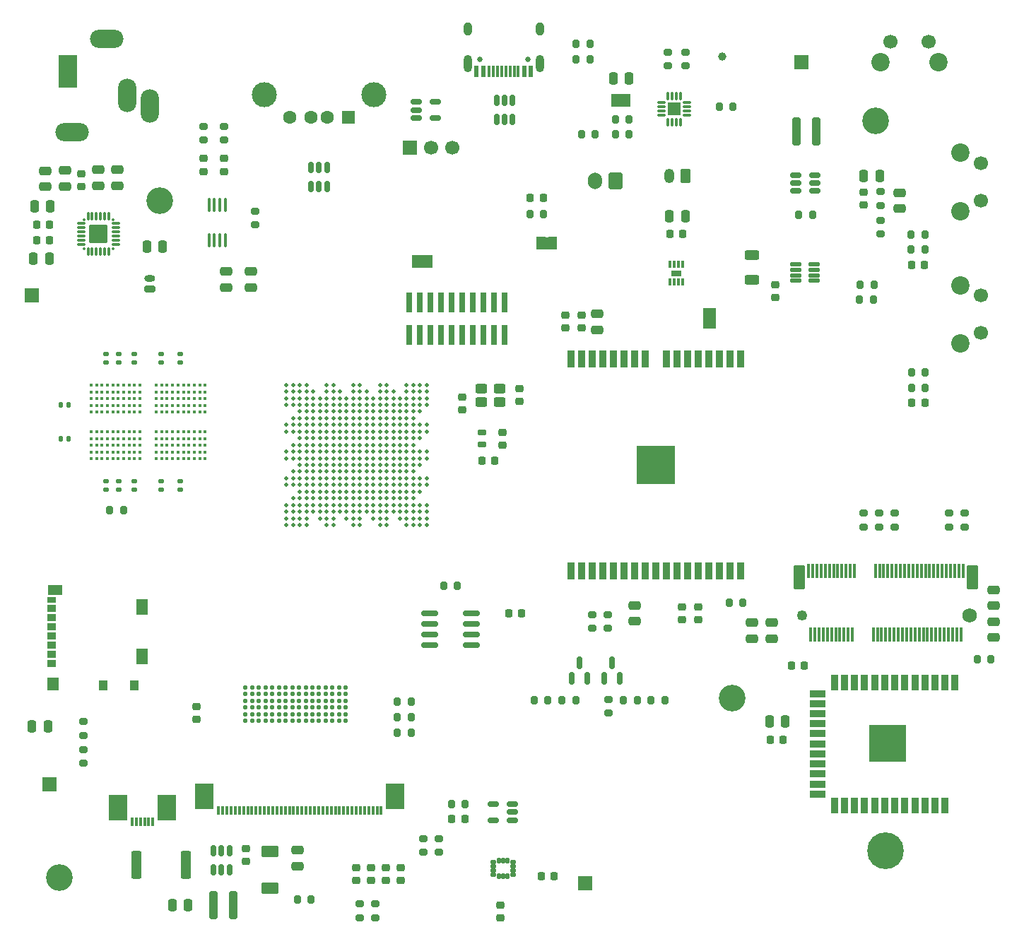
<source format=gts>
%TF.GenerationSoftware,KiCad,Pcbnew,9.0.5*%
%TF.CreationDate,2025-11-15T17:56:55+00:00*%
%TF.ProjectId,gk,676b2e6b-6963-4616-945f-706362585858,rev?*%
%TF.SameCoordinates,Original*%
%TF.FileFunction,Soldermask,Top*%
%TF.FilePolarity,Negative*%
%FSLAX46Y46*%
G04 Gerber Fmt 4.6, Leading zero omitted, Abs format (unit mm)*
G04 Created by KiCad (PCBNEW 9.0.5) date 2025-11-15 17:56:55*
%MOMM*%
%LPD*%
G01*
G04 APERTURE LIST*
G04 Aperture macros list*
%AMRoundRect*
0 Rectangle with rounded corners*
0 $1 Rounding radius*
0 $2 $3 $4 $5 $6 $7 $8 $9 X,Y pos of 4 corners*
0 Add a 4 corners polygon primitive as box body*
4,1,4,$2,$3,$4,$5,$6,$7,$8,$9,$2,$3,0*
0 Add four circle primitives for the rounded corners*
1,1,$1+$1,$2,$3*
1,1,$1+$1,$4,$5*
1,1,$1+$1,$6,$7*
1,1,$1+$1,$8,$9*
0 Add four rect primitives between the rounded corners*
20,1,$1+$1,$2,$3,$4,$5,0*
20,1,$1+$1,$4,$5,$6,$7,0*
20,1,$1+$1,$6,$7,$8,$9,0*
20,1,$1+$1,$8,$9,$2,$3,0*%
%AMFreePoly0*
4,1,6,1.000000,0.000000,0.500000,-0.750000,-0.500000,-0.750000,-0.500000,0.750000,0.500000,0.750000,1.000000,0.000000,1.000000,0.000000,$1*%
%AMFreePoly1*
4,1,6,0.500000,-0.750000,-0.650000,-0.750000,-0.150000,0.000000,-0.650000,0.750000,0.500000,0.750000,0.500000,-0.750000,0.500000,-0.750000,$1*%
G04 Aperture macros list end*
%ADD10RoundRect,0.112500X-0.250000X-0.112500X0.250000X-0.112500X0.250000X0.112500X-0.250000X0.112500X0*%
%ADD11RoundRect,0.112500X-0.112500X-0.250000X0.112500X-0.250000X0.112500X0.250000X-0.112500X0.250000X0*%
%ADD12RoundRect,0.087500X-0.087500X0.350000X-0.087500X-0.350000X0.087500X-0.350000X0.087500X0.350000X0*%
%ADD13R,1.200000X0.800000*%
%ADD14RoundRect,0.087500X0.087500X-0.400000X0.087500X0.400000X-0.087500X0.400000X-0.087500X-0.400000X0*%
%ADD15RoundRect,0.087500X0.400000X-0.087500X0.400000X0.087500X-0.400000X0.087500X-0.400000X-0.087500X0*%
%ADD16R,1.600000X1.600000*%
%ADD17RoundRect,0.087500X-0.400000X-0.087500X0.400000X-0.087500X0.400000X0.087500X-0.400000X0.087500X0*%
%ADD18RoundRect,0.087500X-0.087500X-0.400000X0.087500X-0.400000X0.087500X0.400000X-0.087500X0.400000X0*%
%ADD19RoundRect,0.052500X-0.122500X-0.122500X0.122500X-0.122500X0.122500X0.122500X-0.122500X0.122500X0*%
%ADD20RoundRect,0.050000X-1.050000X-1.050000X1.050000X-1.050000X1.050000X1.050000X-1.050000X1.050000X0*%
%ADD21RoundRect,0.250000X-0.475000X0.250000X-0.475000X-0.250000X0.475000X-0.250000X0.475000X0.250000X0*%
%ADD22RoundRect,0.150000X0.400000X-0.150000X0.400000X0.150000X-0.400000X0.150000X-0.400000X-0.150000X0*%
%ADD23C,2.200000*%
%ADD24C,1.700000*%
%ADD25RoundRect,0.200000X-0.200000X-0.275000X0.200000X-0.275000X0.200000X0.275000X-0.200000X0.275000X0*%
%ADD26RoundRect,0.225000X-0.250000X0.225000X-0.250000X-0.225000X0.250000X-0.225000X0.250000X0.225000X0*%
%ADD27R,1.100000X0.850000*%
%ADD28R,1.100000X0.750000*%
%ADD29R,1.000000X1.200000*%
%ADD30R,1.350000X1.550000*%
%ADD31R,1.350000X1.900000*%
%ADD32R,1.800000X1.170000*%
%ADD33RoundRect,0.200000X0.275000X-0.200000X0.275000X0.200000X-0.275000X0.200000X-0.275000X-0.200000X0*%
%ADD34RoundRect,0.150000X0.150000X-0.512500X0.150000X0.512500X-0.150000X0.512500X-0.150000X-0.512500X0*%
%ADD35R,1.700000X1.700000*%
%ADD36RoundRect,0.140000X0.170000X-0.140000X0.170000X0.140000X-0.170000X0.140000X-0.170000X-0.140000X0*%
%ADD37RoundRect,0.100000X-0.100000X0.712500X-0.100000X-0.712500X0.100000X-0.712500X0.100000X0.712500X0*%
%ADD38RoundRect,0.200000X0.200000X0.275000X-0.200000X0.275000X-0.200000X-0.275000X0.200000X-0.275000X0*%
%ADD39RoundRect,0.150000X0.150000X-0.587500X0.150000X0.587500X-0.150000X0.587500X-0.150000X-0.587500X0*%
%ADD40R,0.812800X1.879600*%
%ADD41R,1.879600X0.812800*%
%ADD42R,4.394200X4.394200*%
%ADD43C,0.420000*%
%ADD44RoundRect,0.250000X-0.800000X0.450000X-0.800000X-0.450000X0.800000X-0.450000X0.800000X0.450000X0*%
%ADD45RoundRect,0.200000X-0.275000X0.200000X-0.275000X-0.200000X0.275000X-0.200000X0.275000X0.200000X0*%
%ADD46RoundRect,0.250000X-0.250000X-0.475000X0.250000X-0.475000X0.250000X0.475000X-0.250000X0.475000X0*%
%ADD47RoundRect,0.250000X0.250000X0.475000X-0.250000X0.475000X-0.250000X-0.475000X0.250000X-0.475000X0*%
%ADD48R,1.600000X1.500000*%
%ADD49C,1.600000*%
%ADD50C,3.000000*%
%ADD51R,0.300000X1.100000*%
%ADD52R,2.300000X3.100000*%
%ADD53C,3.200000*%
%ADD54RoundRect,0.250000X0.362500X1.425000X-0.362500X1.425000X-0.362500X-1.425000X0.362500X-1.425000X0*%
%ADD55RoundRect,0.225000X-0.225000X-0.250000X0.225000X-0.250000X0.225000X0.250000X-0.225000X0.250000X0*%
%ADD56R,1.000000X1.500000*%
%ADD57R,0.740000X2.400000*%
%ADD58RoundRect,0.225000X0.250000X-0.225000X0.250000X0.225000X-0.250000X0.225000X-0.250000X-0.225000X0*%
%ADD59FreePoly0,180.000000*%
%ADD60FreePoly1,180.000000*%
%ADD61RoundRect,0.150000X-0.512500X-0.150000X0.512500X-0.150000X0.512500X0.150000X-0.512500X0.150000X0*%
%ADD62FreePoly0,270.000000*%
%ADD63FreePoly1,270.000000*%
%ADD64RoundRect,0.250000X0.475000X-0.250000X0.475000X0.250000X-0.475000X0.250000X-0.475000X-0.250000X0*%
%ADD65RoundRect,0.125000X-0.537500X-0.125000X0.537500X-0.125000X0.537500X0.125000X-0.537500X0.125000X0*%
%ADD66RoundRect,0.140000X-0.170000X0.140000X-0.170000X-0.140000X0.170000X-0.140000X0.170000X0.140000X0*%
%ADD67RoundRect,0.225000X0.225000X0.250000X-0.225000X0.250000X-0.225000X-0.250000X0.225000X-0.250000X0*%
%ADD68RoundRect,0.140000X0.140000X0.170000X-0.140000X0.170000X-0.140000X-0.170000X0.140000X-0.170000X0*%
%ADD69C,1.250000*%
%ADD70C,1.750000*%
%ADD71RoundRect,0.050000X-0.150000X-0.775000X0.150000X-0.775000X0.150000X0.775000X-0.150000X0.775000X0*%
%ADD72RoundRect,0.050000X-0.600000X-1.375000X0.600000X-1.375000X0.600000X1.375000X-0.600000X1.375000X0*%
%ADD73RoundRect,0.200000X0.450000X-0.200000X0.450000X0.200000X-0.450000X0.200000X-0.450000X-0.200000X0*%
%ADD74O,1.300000X0.800000*%
%ADD75O,2.200000X4.000000*%
%ADD76O,4.000000X2.200000*%
%ADD77R,2.200000X4.000000*%
%ADD78RoundRect,0.150000X0.512500X0.150000X-0.512500X0.150000X-0.512500X-0.150000X0.512500X-0.150000X0*%
%ADD79C,0.650000*%
%ADD80R,0.600000X1.450000*%
%ADD81R,0.300000X1.450000*%
%ADD82O,1.000000X2.100000*%
%ADD83O,1.000000X1.600000*%
%ADD84RoundRect,0.250000X-0.450000X-0.325000X0.450000X-0.325000X0.450000X0.325000X-0.450000X0.325000X0*%
%ADD85RoundRect,0.245000X-0.245000X-1.455000X0.245000X-1.455000X0.245000X1.455000X-0.245000X1.455000X0*%
%ADD86RoundRect,0.250000X-0.625000X0.312500X-0.625000X-0.312500X0.625000X-0.312500X0.625000X0.312500X0*%
%ADD87RoundRect,0.250000X0.600000X0.750000X-0.600000X0.750000X-0.600000X-0.750000X0.600000X-0.750000X0*%
%ADD88O,1.700000X2.000000*%
%ADD89C,2.600000*%
%ADD90C,4.400000*%
%ADD91C,0.470000*%
%ADD92RoundRect,0.135000X-0.315000X0.915000X-0.315000X-0.915000X0.315000X-0.915000X0.315000X0.915000X0*%
%ADD93RoundRect,0.050000X-2.273000X2.273000X-2.273000X-2.273000X2.273000X-2.273000X2.273000X2.273000X0*%
%ADD94RoundRect,0.150000X-0.825000X-0.150000X0.825000X-0.150000X0.825000X0.150000X-0.825000X0.150000X0*%
%ADD95C,0.549999*%
%ADD96C,1.000000*%
%ADD97RoundRect,0.250000X0.350000X0.625000X-0.350000X0.625000X-0.350000X-0.625000X0.350000X-0.625000X0*%
%ADD98O,1.200000X1.750000*%
G04 APERTURE END LIST*
%TO.C,JP3*%
G36*
X115273491Y-40479439D02*
G01*
X115573491Y-40479439D01*
X115573491Y-41979439D01*
X115273491Y-41979439D01*
X115273491Y-40479439D01*
G37*
%TO.C,JP2*%
G36*
X107713491Y-59104439D02*
G01*
X105263491Y-59104439D01*
X105263491Y-57604439D01*
X107713491Y-57604439D01*
X107713491Y-59104439D01*
G37*
%TO.C,JP1*%
G36*
X126788491Y-66079439D02*
G01*
X125288491Y-66079439D01*
X125288491Y-68529439D01*
X126788491Y-68529439D01*
X126788491Y-66079439D01*
G37*
%TO.C,JP4*%
G36*
X92863491Y-61254439D02*
G01*
X90413491Y-61254439D01*
X90413491Y-59754439D01*
X92863491Y-59754439D01*
X92863491Y-61254439D01*
G37*
%TD*%
D10*
%TO.C,U15*%
X100150991Y-132504439D03*
X100150991Y-133004439D03*
X100150991Y-133504439D03*
X100150991Y-134004439D03*
D11*
X100813491Y-134166939D03*
X101313491Y-134166939D03*
X101813491Y-134166939D03*
D10*
X102475991Y-134004439D03*
X102475991Y-133504439D03*
X102475991Y-133004439D03*
X102475991Y-132504439D03*
D11*
X101813491Y-132341939D03*
X101313491Y-132341939D03*
X100813491Y-132341939D03*
%TD*%
D12*
%TO.C,U3*%
X122777491Y-60880439D03*
X122277491Y-60880439D03*
X121777491Y-60880439D03*
X121277491Y-60880439D03*
X121277491Y-62980439D03*
X121777491Y-62980439D03*
X122277491Y-62980439D03*
X122777491Y-62980439D03*
D13*
X122027491Y-61930439D03*
%TD*%
D14*
%TO.C,U2*%
X121023491Y-43795439D03*
X121523491Y-43795439D03*
X122023491Y-43795439D03*
X122523491Y-43795439D03*
D15*
X123323491Y-42995439D03*
X123323491Y-42495439D03*
X123323491Y-41995439D03*
X123323491Y-41495439D03*
D14*
X122523491Y-40695439D03*
X122023491Y-40695439D03*
X121523491Y-40695439D03*
X121023491Y-40695439D03*
D15*
X120223491Y-41495439D03*
X120223491Y-41995439D03*
X120223491Y-42495439D03*
X120223491Y-42995439D03*
D16*
X121773491Y-42245439D03*
%TD*%
D17*
%TO.C,U16*%
X50712491Y-55981439D03*
X50712491Y-56481439D03*
X50712491Y-56981439D03*
X50712491Y-57481439D03*
X50712491Y-57981439D03*
X50712491Y-58481439D03*
D18*
X51562491Y-59331439D03*
X52062491Y-59331439D03*
X52562491Y-59331439D03*
X53062491Y-59331439D03*
X53562491Y-59331439D03*
X54062491Y-59331439D03*
D17*
X54912491Y-58481439D03*
X54912491Y-57981439D03*
X54912491Y-57481439D03*
X54912491Y-56981439D03*
X54912491Y-56481439D03*
X54912491Y-55981439D03*
D18*
X54062491Y-55131439D03*
X53562491Y-55131439D03*
X53062491Y-55131439D03*
X52562491Y-55131439D03*
X52062491Y-55131439D03*
X51562491Y-55131439D03*
D19*
X51087491Y-55506439D03*
X51087491Y-58956439D03*
X54537491Y-58956439D03*
X54537491Y-55506439D03*
D20*
X52812491Y-57231439D03*
%TD*%
D21*
%TO.C,C132*%
X71100491Y-61742439D03*
X71100491Y-63642439D03*
%TD*%
D22*
%TO.C,Y2*%
X98786491Y-82442439D03*
X98786491Y-81042439D03*
%TD*%
D23*
%TO.C,SW_ONOFF1*%
X146488491Y-36679439D03*
X153488491Y-36679439D03*
D24*
X147738491Y-34179439D03*
X152238491Y-34179439D03*
%TD*%
D25*
%TO.C,R51*%
X110038491Y-34454439D03*
X111688491Y-34454439D03*
%TD*%
D26*
%TO.C,C107*%
X144442991Y-52201939D03*
X144442991Y-53751939D03*
%TD*%
D27*
%TO.C,J4*%
X47235491Y-108723439D03*
X47235491Y-107623439D03*
X47235491Y-106523439D03*
X47235491Y-105423439D03*
X47235491Y-104323439D03*
X47235491Y-103223439D03*
X47235491Y-102123439D03*
D28*
X47235491Y-101073439D03*
D29*
X53385491Y-111358439D03*
X57085491Y-111358439D03*
D30*
X47360491Y-111183439D03*
D31*
X58060491Y-107858439D03*
X58060491Y-101888439D03*
D32*
X47585491Y-99863439D03*
%TD*%
D33*
%TO.C,R8*%
X123170491Y-37101439D03*
X123170491Y-35451439D03*
%TD*%
D34*
%TO.C,U11*%
X100503491Y-43509939D03*
X101453491Y-43509939D03*
X102403491Y-43509939D03*
X102403491Y-41234939D03*
X101453491Y-41234939D03*
X100503491Y-41234939D03*
%TD*%
D35*
%TO.C,TP4*%
X46906991Y-123144439D03*
%TD*%
D36*
%TO.C,C85*%
X53703491Y-72604439D03*
X53703491Y-71644439D03*
%TD*%
D37*
%TO.C,U17*%
X68011491Y-53721939D03*
X67361491Y-53721939D03*
X66711491Y-53721939D03*
X66061491Y-53721939D03*
X66061491Y-57946939D03*
X66711491Y-57946939D03*
X67361491Y-57946939D03*
X68011491Y-57946939D03*
%TD*%
D38*
%TO.C,R52*%
X90276991Y-116984939D03*
X88626991Y-116984939D03*
%TD*%
D39*
%TO.C,Q2*%
X113388491Y-110441939D03*
X115288491Y-110441939D03*
X114338491Y-108566939D03*
%TD*%
D40*
%TO.C,U25*%
X155440251Y-110952439D03*
X154236291Y-110952439D03*
X153032331Y-110952439D03*
X151828371Y-110952439D03*
X150624411Y-110952439D03*
X149420451Y-110952439D03*
X148216491Y-110952439D03*
X147012531Y-110952439D03*
X145808571Y-110952439D03*
X144604611Y-110952439D03*
X143400651Y-110952439D03*
X142196691Y-110952439D03*
X140992731Y-110952439D03*
D41*
X139007391Y-112296139D03*
X139007391Y-113500099D03*
X139007391Y-114704059D03*
X139007391Y-115908019D03*
X139007391Y-117111979D03*
X139007391Y-118315939D03*
X139007391Y-119519899D03*
X139007391Y-120723859D03*
X139007391Y-121927819D03*
X139007391Y-123131779D03*
X139007391Y-124335739D03*
D40*
X140992731Y-125684439D03*
X142196691Y-125684439D03*
X143400651Y-125684439D03*
X144604611Y-125684439D03*
X145808571Y-125684439D03*
X147012531Y-125684439D03*
X148216491Y-125684439D03*
X149420451Y-125684439D03*
X150624411Y-125684439D03*
X151828371Y-125684439D03*
X153032331Y-125684439D03*
X154236291Y-125684439D03*
D42*
X147335491Y-118270439D03*
%TD*%
D43*
%TO.C,U6*%
X65588491Y-75354439D03*
X65588491Y-76154439D03*
X65588491Y-76954439D03*
X65588491Y-77754439D03*
X65588491Y-78554439D03*
X65588491Y-80954439D03*
X65588491Y-81754439D03*
X65588491Y-82554439D03*
X65588491Y-83354439D03*
X65588491Y-84154439D03*
X52588491Y-75354439D03*
X52588491Y-76154439D03*
X52588491Y-76954439D03*
X52588491Y-77754439D03*
X52588491Y-78554439D03*
X52588491Y-80954439D03*
X52588491Y-81754439D03*
X52588491Y-82554439D03*
X52588491Y-83354439D03*
X52588491Y-84154439D03*
X51938491Y-75354439D03*
X51938491Y-76154439D03*
X51938491Y-76954439D03*
X51938491Y-77754439D03*
X51938491Y-78554439D03*
X51938491Y-80954439D03*
X51938491Y-81754439D03*
X51938491Y-82554439D03*
X51938491Y-83354439D03*
X51938491Y-84154439D03*
X64938491Y-75354439D03*
X64938491Y-76154439D03*
X64938491Y-76954439D03*
X64938491Y-77754439D03*
X64938491Y-78554439D03*
X64938491Y-80954439D03*
X64938491Y-81754439D03*
X64938491Y-82554439D03*
X64938491Y-83354439D03*
X64938491Y-84154439D03*
X64288491Y-75354439D03*
X64288491Y-76154439D03*
X64288491Y-76954439D03*
X64288491Y-77754439D03*
X64288491Y-78554439D03*
X64288491Y-80954439D03*
X64288491Y-81754439D03*
X64288491Y-82554439D03*
X64288491Y-83354439D03*
X64288491Y-84154439D03*
X63638491Y-75354439D03*
X63638491Y-76154439D03*
X63638491Y-76954439D03*
X63638491Y-77754439D03*
X63638491Y-78554439D03*
X63638491Y-80954439D03*
X63638491Y-81754439D03*
X63638491Y-82554439D03*
X63638491Y-83354439D03*
X63638491Y-84154439D03*
X62988491Y-75354439D03*
X62988491Y-76154439D03*
X62988491Y-76954439D03*
X62988491Y-77754439D03*
X62988491Y-78554439D03*
X62988491Y-80954439D03*
X62988491Y-81754439D03*
X62988491Y-82554439D03*
X62988491Y-83354439D03*
X62988491Y-84154439D03*
X62338491Y-75354439D03*
X62338491Y-76154439D03*
X62338491Y-76954439D03*
X62338491Y-77754439D03*
X62338491Y-78554439D03*
X62338491Y-80954439D03*
X62338491Y-81754439D03*
X62338491Y-82554439D03*
X62338491Y-83354439D03*
X62338491Y-84154439D03*
X61688491Y-75354439D03*
X61688491Y-76154439D03*
X61688491Y-76954439D03*
X61688491Y-77754439D03*
X61688491Y-78554439D03*
X61688491Y-80954439D03*
X61688491Y-81754439D03*
X61688491Y-82554439D03*
X61688491Y-83354439D03*
X61688491Y-84154439D03*
X61038491Y-75354439D03*
X61038491Y-76154439D03*
X61038491Y-76954439D03*
X61038491Y-77754439D03*
X61038491Y-78554439D03*
X61038491Y-80954439D03*
X61038491Y-81754439D03*
X61038491Y-82554439D03*
X61038491Y-83354439D03*
X61038491Y-84154439D03*
X60388491Y-75354439D03*
X60388491Y-76154439D03*
X60388491Y-76954439D03*
X60388491Y-77754439D03*
X60388491Y-78554439D03*
X60388491Y-80954439D03*
X60388491Y-81754439D03*
X60388491Y-82554439D03*
X60388491Y-83354439D03*
X60388491Y-84154439D03*
X59738491Y-75354439D03*
X59738491Y-76154439D03*
X59738491Y-76954439D03*
X59738491Y-77754439D03*
X59738491Y-78554439D03*
X59738491Y-80954439D03*
X59738491Y-81754439D03*
X59738491Y-82554439D03*
X59738491Y-83354439D03*
X59738491Y-84154439D03*
X57788491Y-75354439D03*
X57788491Y-76154439D03*
X57788491Y-76954439D03*
X57788491Y-77754439D03*
X57788491Y-78554439D03*
X57788491Y-80954439D03*
X57788491Y-81754439D03*
X57788491Y-82554439D03*
X57788491Y-83354439D03*
X57788491Y-84154439D03*
X57138491Y-75354439D03*
X57138491Y-76154439D03*
X57138491Y-76954439D03*
X57138491Y-77754439D03*
X57138491Y-78554439D03*
X57138491Y-80954439D03*
X57138491Y-81754439D03*
X57138491Y-82554439D03*
X57138491Y-83354439D03*
X57138491Y-84154439D03*
X56488491Y-75354439D03*
X56488491Y-76154439D03*
X56488491Y-76954439D03*
X56488491Y-77754439D03*
X56488491Y-78554439D03*
X56488491Y-80954439D03*
X56488491Y-81754439D03*
X56488491Y-82554439D03*
X56488491Y-83354439D03*
X56488491Y-84154439D03*
X55838491Y-75354439D03*
X55838491Y-76154439D03*
X55838491Y-76954439D03*
X55838491Y-77754439D03*
X55838491Y-78554439D03*
X55838491Y-80954439D03*
X55838491Y-81754439D03*
X55838491Y-82554439D03*
X55838491Y-83354439D03*
X55838491Y-84154439D03*
X55188491Y-75354439D03*
X55188491Y-76154439D03*
X55188491Y-76954439D03*
X55188491Y-77754439D03*
X55188491Y-78554439D03*
X55188491Y-80954439D03*
X55188491Y-81754439D03*
X55188491Y-82554439D03*
X55188491Y-83354439D03*
X55188491Y-84154439D03*
X54538491Y-75354439D03*
X54538491Y-76154439D03*
X54538491Y-76954439D03*
X54538491Y-77754439D03*
X54538491Y-78554439D03*
X54538491Y-80954439D03*
X54538491Y-81754439D03*
X54538491Y-82554439D03*
X54538491Y-83354439D03*
X54538491Y-84154439D03*
X53888491Y-75354439D03*
X53888491Y-76154439D03*
X53888491Y-76954439D03*
X53888491Y-77754439D03*
X53888491Y-78554439D03*
X53888491Y-80954439D03*
X53888491Y-81754439D03*
X53888491Y-82554439D03*
X53888491Y-83354439D03*
X53888491Y-84154439D03*
X53238491Y-75354439D03*
X53238491Y-76154439D03*
X53238491Y-76954439D03*
X53238491Y-77754439D03*
X53238491Y-78554439D03*
X53238491Y-80954439D03*
X53238491Y-81754439D03*
X53238491Y-82554439D03*
X53238491Y-83354439D03*
X53238491Y-84154439D03*
%TD*%
D26*
%TO.C,C120*%
X89007491Y-133164439D03*
X89007491Y-134714439D03*
%TD*%
D25*
%TO.C,R53*%
X76625491Y-136987439D03*
X78275491Y-136987439D03*
%TD*%
%TO.C,R40*%
X128363491Y-101404439D03*
X130013491Y-101404439D03*
%TD*%
D21*
%TO.C,C108*%
X148760991Y-52280939D03*
X148760991Y-54180939D03*
%TD*%
D44*
%TO.C,D2*%
X73386491Y-131231439D03*
X73386491Y-135631439D03*
%TD*%
D38*
%TO.C,R50*%
X111688491Y-36304439D03*
X110038491Y-36304439D03*
%TD*%
D26*
%TO.C,C116*%
X100945491Y-137609439D03*
X100945491Y-139159439D03*
%TD*%
D33*
%TO.C,R56*%
X50970991Y-117301939D03*
X50970991Y-115651939D03*
%TD*%
D21*
%TO.C,C6*%
X117010991Y-101716939D03*
X117010991Y-103616939D03*
%TD*%
D45*
%TO.C,R33*%
X93579491Y-129685439D03*
X93579491Y-131335439D03*
%TD*%
D35*
%TO.C,TP2*%
X137013491Y-36657439D03*
%TD*%
D46*
%TO.C,C130*%
X58593491Y-58755439D03*
X60493491Y-58755439D03*
%TD*%
D47*
%TO.C,C127*%
X47031491Y-53929439D03*
X45131491Y-53929439D03*
%TD*%
D25*
%TO.C,R48*%
X136696491Y-54945439D03*
X138346491Y-54945439D03*
%TD*%
D48*
%TO.C,J6*%
X82738491Y-43214439D03*
D49*
X80238491Y-43214439D03*
X78238491Y-43214439D03*
X75738491Y-43214439D03*
D50*
X85808491Y-40504439D03*
X72668491Y-40504439D03*
%TD*%
D45*
%TO.C,R22*%
X146338491Y-90679439D03*
X146338491Y-92329439D03*
%TD*%
D51*
%TO.C,J9*%
X59338491Y-127658439D03*
X58838491Y-127658439D03*
X58338491Y-127658439D03*
X57838491Y-127658439D03*
X57338491Y-127658439D03*
X56838491Y-127658439D03*
D52*
X61008491Y-125958439D03*
X55168491Y-125958439D03*
%TD*%
D25*
%TO.C,R60*%
X150221991Y-73804939D03*
X151871991Y-73804939D03*
%TD*%
D53*
%TO.C,H5*%
X48113491Y-134383939D03*
%TD*%
D54*
%TO.C,R54*%
X63267991Y-132796439D03*
X57342991Y-132796439D03*
%TD*%
D38*
%TO.C,R39*%
X106151991Y-54881939D03*
X104501991Y-54881939D03*
%TD*%
D55*
%TO.C,C105*%
X104538991Y-52913439D03*
X106088991Y-52913439D03*
%TD*%
D33*
%TO.C,R68*%
X154746991Y-92329439D03*
X154746991Y-90679439D03*
%TD*%
D56*
%TO.C,JP3*%
X114773491Y-41229439D03*
X116073491Y-41229439D03*
%TD*%
D25*
%TO.C,R6*%
X110661491Y-45293439D03*
X112311491Y-45293439D03*
%TD*%
D57*
%TO.C,J5*%
X90023491Y-69341439D03*
X90023491Y-65441439D03*
X91293491Y-69341439D03*
X91293491Y-65441439D03*
X92563491Y-69341439D03*
X92563491Y-65441439D03*
X93833491Y-69341439D03*
X93833491Y-65441439D03*
X95103491Y-69341439D03*
X95103491Y-65441439D03*
X96373491Y-69341439D03*
X96373491Y-65441439D03*
X97643491Y-69341439D03*
X97643491Y-65441439D03*
X98913491Y-69341439D03*
X98913491Y-65441439D03*
X100183491Y-69341439D03*
X100183491Y-65441439D03*
X101453491Y-69341439D03*
X101453491Y-65441439D03*
%TD*%
D26*
%TO.C,C102*%
X96373491Y-76776439D03*
X96373491Y-78326439D03*
%TD*%
D45*
%TO.C,R49*%
X146474991Y-55580939D03*
X146474991Y-57230939D03*
%TD*%
D36*
%TO.C,C92*%
X55227491Y-72604439D03*
X55227491Y-71644439D03*
%TD*%
D25*
%TO.C,R2*%
X115713491Y-113054439D03*
X117363491Y-113054439D03*
%TD*%
D58*
%TO.C,C1*%
X110660991Y-68516939D03*
X110660991Y-66966939D03*
%TD*%
D59*
%TO.C,JP2*%
X107213491Y-58354439D03*
D60*
X105763491Y-58354439D03*
%TD*%
D61*
%TO.C,U8*%
X90917991Y-41422439D03*
X90917991Y-42372439D03*
X90917991Y-43322439D03*
X93192991Y-43322439D03*
X93192991Y-41422439D03*
%TD*%
D45*
%TO.C,R64*%
X67895491Y-44341439D03*
X67895491Y-45991439D03*
%TD*%
D25*
%TO.C,R5*%
X119013491Y-113054439D03*
X120663491Y-113054439D03*
%TD*%
D62*
%TO.C,JP1*%
X126038491Y-66579439D03*
D63*
X126038491Y-68029439D03*
%TD*%
D46*
%TO.C,C100*%
X44834991Y-116186439D03*
X46734991Y-116186439D03*
%TD*%
D58*
%TO.C,C2*%
X108755991Y-68516939D03*
X108755991Y-66966939D03*
%TD*%
D64*
%TO.C,C5*%
X112588491Y-68704439D03*
X112588491Y-66804439D03*
%TD*%
D65*
%TO.C,U4*%
X136314991Y-60884439D03*
X136314991Y-61534439D03*
X136314991Y-62184439D03*
X136314991Y-62834439D03*
X138589991Y-62834439D03*
X138589991Y-62184439D03*
X138589991Y-61534439D03*
X138589991Y-60884439D03*
%TD*%
D25*
%TO.C,R57*%
X88626991Y-113301939D03*
X90276991Y-113301939D03*
%TD*%
D58*
%TO.C,C134*%
X65388491Y-49729439D03*
X65388491Y-48179439D03*
%TD*%
D64*
%TO.C,C97*%
X133488491Y-105704439D03*
X133488491Y-103804439D03*
%TD*%
D66*
%TO.C,C75*%
X57132491Y-86884439D03*
X57132491Y-87844439D03*
%TD*%
D26*
%TO.C,C15*%
X64538491Y-113829439D03*
X64538491Y-115379439D03*
%TD*%
D66*
%TO.C,C90*%
X62593491Y-86884439D03*
X62593491Y-87844439D03*
%TD*%
D67*
%TO.C,C135*%
X137363491Y-108954439D03*
X135813491Y-108954439D03*
%TD*%
D33*
%TO.C,R69*%
X156588491Y-92329439D03*
X156588491Y-90679439D03*
%TD*%
D25*
%TO.C,R24*%
X94151491Y-99395439D03*
X95801491Y-99395439D03*
%TD*%
%TO.C,R11*%
X114725491Y-45293439D03*
X116375491Y-45293439D03*
%TD*%
D53*
%TO.C,H4*%
X145900969Y-43676207D03*
%TD*%
D35*
%TO.C,TP1*%
X44788491Y-64554439D03*
%TD*%
D36*
%TO.C,C83*%
X57132491Y-72604439D03*
X57132491Y-71644439D03*
%TD*%
D23*
%TO.C,SW_VOLDOWN1*%
X156063491Y-63354439D03*
X156063491Y-70354439D03*
D24*
X158563491Y-64604439D03*
X158563491Y-69104439D03*
%TD*%
D68*
%TO.C,C81*%
X49230491Y-81776439D03*
X48270491Y-81776439D03*
%TD*%
D38*
%TO.C,R1*%
X110009991Y-113111439D03*
X108359991Y-113111439D03*
%TD*%
D33*
%TO.C,R36*%
X84117991Y-139145939D03*
X84117991Y-137495939D03*
%TD*%
D64*
%TO.C,C126*%
X55098491Y-51450439D03*
X55098491Y-49550439D03*
%TD*%
D47*
%TO.C,C7*%
X116373491Y-38562439D03*
X114473491Y-38562439D03*
%TD*%
D69*
%TO.C,J3*%
X137138491Y-102904439D03*
D70*
X157138491Y-102904439D03*
D71*
X137888491Y-97629439D03*
X138138491Y-105179439D03*
X138388491Y-97629439D03*
X138638491Y-105179439D03*
X138888491Y-97629439D03*
X139138491Y-105179439D03*
X139388491Y-97629439D03*
X139638491Y-105179439D03*
X139888491Y-97629439D03*
X140138491Y-105179439D03*
X140388491Y-97629439D03*
X140638491Y-105179439D03*
X140888491Y-97629439D03*
X141138491Y-105179439D03*
X141388491Y-97629439D03*
X141638491Y-105179439D03*
X141888491Y-97629439D03*
X142138491Y-105179439D03*
X142388491Y-97629439D03*
X142638491Y-105179439D03*
X142888491Y-97629439D03*
X143138491Y-105179439D03*
X143388491Y-97629439D03*
X145638491Y-105179439D03*
X145888491Y-97629439D03*
X146138491Y-105179439D03*
X146388491Y-97629439D03*
X146638491Y-105179439D03*
X146888491Y-97629439D03*
X147138491Y-105179439D03*
X147388491Y-97629439D03*
X147638491Y-105179439D03*
X147888491Y-97629439D03*
X148138491Y-105179439D03*
X148388491Y-97629439D03*
X148638491Y-105179439D03*
X148888491Y-97629439D03*
X149138491Y-105179439D03*
X149388491Y-97629439D03*
X149638491Y-105179439D03*
X149888491Y-97629439D03*
X150138491Y-105179439D03*
X150388491Y-97629439D03*
X150638491Y-105179439D03*
X150888491Y-97629439D03*
X151138491Y-105179439D03*
X151388491Y-97629439D03*
X151638491Y-105179439D03*
X151888491Y-97629439D03*
X152138491Y-105179439D03*
X152388491Y-97629439D03*
X152638491Y-105179439D03*
X152888491Y-97629439D03*
X153138491Y-105179439D03*
X153388491Y-97629439D03*
X153638491Y-105179439D03*
X153888491Y-97629439D03*
X154138491Y-105179439D03*
X154388491Y-97629439D03*
X154638491Y-105179439D03*
X154888491Y-97629439D03*
X155138491Y-105179439D03*
X155388491Y-97629439D03*
X155638491Y-105179439D03*
X155888491Y-97629439D03*
X156138491Y-105179439D03*
X156388491Y-97629439D03*
D72*
X136788491Y-98404439D03*
X157488491Y-98404439D03*
%TD*%
D73*
%TO.C,J13*%
X58986491Y-63825439D03*
D74*
X58986491Y-62575439D03*
%TD*%
D58*
%TO.C,C122*%
X50791491Y-51533439D03*
X50791491Y-49983439D03*
%TD*%
D75*
%TO.C,J12*%
X58980991Y-41854439D03*
X56280991Y-40654439D03*
D76*
X53780991Y-33854439D03*
D77*
X49180991Y-37754439D03*
D76*
X49680991Y-45054439D03*
%TD*%
D35*
%TO.C,J14*%
X90100000Y-46900000D03*
D24*
X92640000Y-46900000D03*
X95180000Y-46900000D03*
%TD*%
D78*
%TO.C,U14*%
X102400491Y-127459939D03*
X102400491Y-126509939D03*
X102400491Y-125559939D03*
X100125491Y-125559939D03*
X100125491Y-127459939D03*
%TD*%
D33*
%TO.C,R37*%
X85959491Y-139145939D03*
X85959491Y-137495939D03*
%TD*%
D55*
%TO.C,C114*%
X150208491Y-60914439D03*
X151758491Y-60914439D03*
%TD*%
D79*
%TO.C,J7*%
X104255791Y-36293739D03*
X98475791Y-36293739D03*
D80*
X104615791Y-37738739D03*
X103815791Y-37738739D03*
D81*
X102615791Y-37738739D03*
X101615791Y-37738739D03*
X101115791Y-37738739D03*
X100115791Y-37738739D03*
D80*
X98915791Y-37738739D03*
X98115791Y-37738739D03*
X98115791Y-37738739D03*
X98915791Y-37738739D03*
D81*
X99615791Y-37738739D03*
X100615791Y-37738739D03*
X102115791Y-37738739D03*
X103115791Y-37738739D03*
D80*
X103815791Y-37738739D03*
X104615791Y-37738739D03*
D82*
X105685791Y-36823739D03*
D83*
X105685791Y-32643739D03*
D82*
X97045791Y-36823739D03*
D83*
X97045791Y-32643739D03*
%TD*%
D21*
%TO.C,C131*%
X68090491Y-61742439D03*
X68090491Y-63642439D03*
%TD*%
D55*
%TO.C,C115*%
X150271991Y-77487939D03*
X151821991Y-77487939D03*
%TD*%
D26*
%TO.C,C118*%
X85451491Y-133164439D03*
X85451491Y-134714439D03*
%TD*%
%TO.C,C101*%
X103231491Y-75760439D03*
X103231491Y-77310439D03*
%TD*%
D25*
%TO.C,R58*%
X88626991Y-115143439D03*
X90276991Y-115143439D03*
%TD*%
D84*
%TO.C,Y1*%
X98702491Y-77335439D03*
X100902491Y-77335439D03*
X100902491Y-75735439D03*
X98702491Y-75735439D03*
%TD*%
D23*
%TO.C,SW_VOLUP1*%
X156063491Y-47504439D03*
X156063491Y-54504439D03*
D24*
X158563491Y-48754439D03*
X158563491Y-53254439D03*
%TD*%
D85*
%TO.C,L1*%
X136463491Y-44912439D03*
X138833491Y-44912439D03*
%TD*%
D61*
%TO.C,U9*%
X136383991Y-50185439D03*
X136383991Y-51135439D03*
X136383991Y-52085439D03*
X138658991Y-52085439D03*
X138658991Y-51135439D03*
X138658991Y-50185439D03*
%TD*%
D45*
%TO.C,R32*%
X91737991Y-129685439D03*
X91737991Y-131335439D03*
%TD*%
D33*
%TO.C,R19*%
X148188491Y-92329439D03*
X148188491Y-90679439D03*
%TD*%
D86*
%TO.C,R12*%
X131102491Y-59761939D03*
X131102491Y-62686939D03*
%TD*%
D67*
%TO.C,C128*%
X46983491Y-56088439D03*
X45433491Y-56088439D03*
%TD*%
D21*
%TO.C,C96*%
X160038491Y-103654439D03*
X160038491Y-105554439D03*
%TD*%
D25*
%TO.C,R67*%
X158095991Y-108221939D03*
X159745991Y-108221939D03*
%TD*%
D33*
%TO.C,R4*%
X113938491Y-114629439D03*
X113938491Y-112979439D03*
%TD*%
D66*
%TO.C,C84*%
X53703491Y-86884439D03*
X53703491Y-87844439D03*
%TD*%
D64*
%TO.C,C129*%
X46438491Y-51554439D03*
X46438491Y-49654439D03*
%TD*%
D46*
%TO.C,C8*%
X121204491Y-55072439D03*
X123104491Y-55072439D03*
%TD*%
D66*
%TO.C,C91*%
X55227491Y-86884439D03*
X55227491Y-87844439D03*
%TD*%
%TO.C,C74*%
X60307491Y-86884439D03*
X60307491Y-87844439D03*
%TD*%
D45*
%TO.C,R23*%
X144488491Y-90679439D03*
X144488491Y-92329439D03*
%TD*%
D26*
%TO.C,C4*%
X124630991Y-101891939D03*
X124630991Y-103441939D03*
%TD*%
D87*
%TO.C,J1*%
X114768491Y-50898439D03*
D88*
X112268491Y-50898439D03*
%TD*%
D34*
%TO.C,U12*%
X66594491Y-133425939D03*
X67544491Y-133425939D03*
X68494491Y-133425939D03*
X68494491Y-131150939D03*
X67544491Y-131150939D03*
X66594491Y-131150939D03*
%TD*%
D26*
%TO.C,C3*%
X122725991Y-101891939D03*
X122725991Y-103441939D03*
%TD*%
D89*
%TO.C,H1*%
X147138491Y-131154439D03*
D90*
X147138491Y-131154439D03*
%TD*%
D59*
%TO.C,JP4*%
X92363491Y-60504439D03*
D60*
X90913491Y-60504439D03*
%TD*%
D38*
%TO.C,R14*%
X55798491Y-90285439D03*
X54148491Y-90285439D03*
%TD*%
D33*
%TO.C,R35*%
X113838491Y-104479439D03*
X113838491Y-102829439D03*
%TD*%
D67*
%TO.C,C112*%
X96703991Y-127335439D03*
X95153991Y-127335439D03*
%TD*%
D47*
%TO.C,C123*%
X46904491Y-60152439D03*
X45004491Y-60152439D03*
%TD*%
D91*
%TO.C,U5*%
X92138490Y-92104438D03*
X91338490Y-92104438D03*
X90538490Y-92104438D03*
X89738490Y-92104438D03*
X87338491Y-92104438D03*
X86538491Y-92104438D03*
X84138491Y-92104438D03*
X83338491Y-92104438D03*
X80938491Y-92104438D03*
X80138491Y-92104438D03*
X77738492Y-92104438D03*
X76938492Y-92104438D03*
X76138492Y-92104438D03*
X75338492Y-92104438D03*
X92138490Y-76104440D03*
X91338490Y-76104440D03*
X90538490Y-76104440D03*
X89738490Y-76104440D03*
X88138490Y-76104440D03*
X87338491Y-76104440D03*
X86538491Y-76104440D03*
X84938491Y-76104440D03*
X84138491Y-76104440D03*
X83338491Y-76104440D03*
X81738491Y-76104440D03*
X80938491Y-76104440D03*
X80138491Y-76104440D03*
X78538492Y-76104440D03*
X77738492Y-76104440D03*
X76938492Y-76104440D03*
X76138492Y-76104440D03*
X75338492Y-76104440D03*
X92138490Y-75304440D03*
X91338490Y-75304440D03*
X90538490Y-75304440D03*
X89738490Y-75304440D03*
X87338491Y-75304440D03*
X86538491Y-75304440D03*
X84138491Y-75304440D03*
X83338491Y-75304440D03*
X80938491Y-75304440D03*
X80138491Y-75304440D03*
X77738492Y-75304440D03*
X76938492Y-75304440D03*
X76138492Y-75304440D03*
X75338492Y-75304440D03*
X92138490Y-91304438D03*
X91338490Y-91304438D03*
X90538490Y-91304438D03*
X89738490Y-91304438D03*
X88938490Y-91304438D03*
X87338491Y-91304438D03*
X86538491Y-91304438D03*
X85738491Y-91304438D03*
X84138491Y-91304438D03*
X83338491Y-91304438D03*
X82538491Y-91304438D03*
X80938491Y-91304438D03*
X80138491Y-91304438D03*
X79338491Y-91304438D03*
X77738492Y-91304438D03*
X76938492Y-91304438D03*
X76138492Y-91304438D03*
X75338492Y-91304438D03*
X92138490Y-90504438D03*
X91338490Y-90504438D03*
X90538490Y-90504438D03*
X89738490Y-90504438D03*
X88938490Y-90504438D03*
X88138490Y-90504438D03*
X87338491Y-90504438D03*
X86538491Y-90504438D03*
X85738491Y-90504438D03*
X84938491Y-90504438D03*
X84138491Y-90504438D03*
X83338491Y-90504438D03*
X82538491Y-90504438D03*
X81738491Y-90504438D03*
X80938491Y-90504438D03*
X80138491Y-90504438D03*
X79338491Y-90504438D03*
X78538492Y-90504438D03*
X77738492Y-90504438D03*
X76938492Y-90504438D03*
X76138492Y-90504438D03*
X75338492Y-90504438D03*
X92138490Y-89704438D03*
X91338490Y-89704438D03*
X90538490Y-89704438D03*
X89738490Y-89704438D03*
X88938490Y-89704438D03*
X88138490Y-89704438D03*
X87338491Y-89704438D03*
X86538491Y-89704438D03*
X85738491Y-89704438D03*
X84938491Y-89704438D03*
X84138491Y-89704438D03*
X83338491Y-89704438D03*
X82538491Y-89704438D03*
X81738491Y-89704438D03*
X80938491Y-89704438D03*
X80138491Y-89704438D03*
X79338491Y-89704438D03*
X78538492Y-89704438D03*
X77738492Y-89704438D03*
X76938492Y-89704438D03*
X76138492Y-89704438D03*
X75338492Y-89704438D03*
X90538490Y-88904438D03*
X89738490Y-88904438D03*
X88938490Y-88904438D03*
X88138490Y-88904438D03*
X87338491Y-88904438D03*
X86538491Y-88904438D03*
X85738491Y-88904438D03*
X84938491Y-88904438D03*
X84138491Y-88904438D03*
X83338491Y-88904438D03*
X82538491Y-88904438D03*
X81738491Y-88904438D03*
X80938491Y-88904438D03*
X80138491Y-88904438D03*
X79338491Y-88904438D03*
X78538492Y-88904438D03*
X77738492Y-88904438D03*
X76938492Y-88904438D03*
X76138492Y-88904438D03*
X91338490Y-88104438D03*
X90538490Y-88104438D03*
X89738490Y-88104438D03*
X88938490Y-88104438D03*
X88138490Y-88104438D03*
X87338491Y-88104438D03*
X86538491Y-88104438D03*
X85738491Y-88104438D03*
X84938491Y-88104438D03*
X84138491Y-88104438D03*
X83338491Y-88104438D03*
X82538491Y-88104438D03*
X81738491Y-88104438D03*
X80938491Y-88104438D03*
X80138491Y-88104438D03*
X79338491Y-88104438D03*
X78538492Y-88104438D03*
X77738492Y-88104438D03*
X76938492Y-88104438D03*
X92138490Y-87304439D03*
X91338490Y-87304439D03*
X90538490Y-87304439D03*
X89738490Y-87304439D03*
X88938490Y-87304439D03*
X88138490Y-87304439D03*
X87338491Y-87304439D03*
X86538491Y-87304439D03*
X85738491Y-87304439D03*
X84938491Y-87304439D03*
X84138491Y-87304439D03*
X83338491Y-87304439D03*
X82538491Y-87304439D03*
X81738491Y-87304439D03*
X80938491Y-87304439D03*
X80138491Y-87304439D03*
X79338491Y-87304439D03*
X78538492Y-87304439D03*
X77738492Y-87304439D03*
X76938492Y-87304439D03*
X76138492Y-87304439D03*
X75338492Y-87304439D03*
X92138490Y-86504439D03*
X91338490Y-86504439D03*
X90538490Y-86504439D03*
X89738490Y-86504439D03*
X88938490Y-86504439D03*
X88138490Y-86504439D03*
X87338491Y-86504439D03*
X86538491Y-86504439D03*
X85738491Y-86504439D03*
X84938491Y-86504439D03*
X84138491Y-86504439D03*
X83338491Y-86504439D03*
X82538491Y-86504439D03*
X81738491Y-86504439D03*
X80938491Y-86504439D03*
X80138491Y-86504439D03*
X79338491Y-86504439D03*
X78538492Y-86504439D03*
X77738492Y-86504439D03*
X76938492Y-86504439D03*
X76138492Y-86504439D03*
X75338492Y-86504439D03*
X90538490Y-85704439D03*
X89738490Y-85704439D03*
X88938490Y-85704439D03*
X88138490Y-85704439D03*
X87338491Y-85704439D03*
X86538491Y-85704439D03*
X85738491Y-85704439D03*
X84938491Y-85704439D03*
X84138491Y-85704439D03*
X83338491Y-85704439D03*
X82538491Y-85704439D03*
X81738491Y-85704439D03*
X80938491Y-85704439D03*
X80138491Y-85704439D03*
X79338491Y-85704439D03*
X78538492Y-85704439D03*
X77738492Y-85704439D03*
X76938492Y-85704439D03*
X76138492Y-85704439D03*
X91338490Y-84904439D03*
X90538490Y-84904439D03*
X89738490Y-84904439D03*
X88938490Y-84904439D03*
X88138490Y-84904439D03*
X87338491Y-84904439D03*
X86538491Y-84904439D03*
X85738491Y-84904439D03*
X84938491Y-84904439D03*
X84138491Y-84904439D03*
X83338491Y-84904439D03*
X82538491Y-84904439D03*
X81738491Y-84904439D03*
X80938491Y-84904439D03*
X80138491Y-84904439D03*
X79338491Y-84904439D03*
X78538492Y-84904439D03*
X77738492Y-84904439D03*
X76938492Y-84904439D03*
X92138490Y-84104439D03*
X91338490Y-84104439D03*
X90538490Y-84104439D03*
X89738490Y-84104439D03*
X88938490Y-84104439D03*
X88138490Y-84104439D03*
X87338491Y-84104439D03*
X86538491Y-84104439D03*
X85738491Y-84104439D03*
X84938491Y-84104439D03*
X84138491Y-84104439D03*
X83338491Y-84104439D03*
X82538491Y-84104439D03*
X81738491Y-84104439D03*
X80938491Y-84104439D03*
X80138491Y-84104439D03*
X79338491Y-84104439D03*
X78538492Y-84104439D03*
X77738492Y-84104439D03*
X76938492Y-84104439D03*
X76138492Y-84104439D03*
X75338492Y-84104439D03*
X92138490Y-83304439D03*
X91338490Y-83304439D03*
X90538490Y-83304439D03*
X89738490Y-83304439D03*
X88938490Y-83304439D03*
X88138490Y-83304439D03*
X87338491Y-83304439D03*
X86538491Y-83304439D03*
X85738491Y-83304439D03*
X84938491Y-83304439D03*
X84138491Y-83304439D03*
X83338491Y-83304439D03*
X82538491Y-83304439D03*
X81738491Y-83304439D03*
X80938491Y-83304439D03*
X80138491Y-83304439D03*
X79338491Y-83304439D03*
X78538492Y-83304439D03*
X77738492Y-83304439D03*
X76938492Y-83304439D03*
X76138492Y-83304439D03*
X75338492Y-83304439D03*
X90538490Y-82504439D03*
X89738490Y-82504439D03*
X88938490Y-82504439D03*
X88138490Y-82504439D03*
X87338491Y-82504439D03*
X86538491Y-82504439D03*
X85738491Y-82504439D03*
X84938491Y-82504439D03*
X84138491Y-82504439D03*
X83338491Y-82504439D03*
X82538491Y-82504439D03*
X81738491Y-82504439D03*
X80938491Y-82504439D03*
X80138491Y-82504439D03*
X79338491Y-82504439D03*
X78538492Y-82504439D03*
X77738492Y-82504439D03*
X76938492Y-82504439D03*
X76138492Y-82504439D03*
X91338490Y-81704439D03*
X90538490Y-81704439D03*
X89738490Y-81704439D03*
X88938490Y-81704439D03*
X88138490Y-81704439D03*
X87338491Y-81704439D03*
X86538491Y-81704439D03*
X85738491Y-81704439D03*
X84938491Y-81704439D03*
X84138491Y-81704439D03*
X83338491Y-81704439D03*
X82538491Y-81704439D03*
X81738491Y-81704439D03*
X80938491Y-81704439D03*
X80138491Y-81704439D03*
X79338491Y-81704439D03*
X78538492Y-81704439D03*
X77738492Y-81704439D03*
X76938492Y-81704439D03*
X92138490Y-80904439D03*
X91338490Y-80904439D03*
X90538490Y-80904439D03*
X89738490Y-80904439D03*
X88938490Y-80904439D03*
X88138490Y-80904439D03*
X87338491Y-80904439D03*
X86538491Y-80904439D03*
X85738491Y-80904439D03*
X84938491Y-80904439D03*
X84138491Y-80904439D03*
X83338491Y-80904439D03*
X82538491Y-80904439D03*
X81738491Y-80904439D03*
X80938491Y-80904439D03*
X80138491Y-80904439D03*
X79338491Y-80904439D03*
X78538492Y-80904439D03*
X77738492Y-80904439D03*
X76938492Y-80904439D03*
X76138492Y-80904439D03*
X75338492Y-80904439D03*
X92138490Y-80104439D03*
X91338490Y-80104439D03*
X90538490Y-80104439D03*
X89738490Y-80104439D03*
X88938490Y-80104439D03*
X88138490Y-80104439D03*
X87338491Y-80104439D03*
X86538491Y-80104439D03*
X85738491Y-80104439D03*
X84938491Y-80104439D03*
X84138491Y-80104439D03*
X83338491Y-80104439D03*
X82538491Y-80104439D03*
X81738491Y-80104439D03*
X80938491Y-80104439D03*
X80138491Y-80104439D03*
X79338491Y-80104439D03*
X78538492Y-80104439D03*
X77738492Y-80104439D03*
X76938492Y-80104439D03*
X76138492Y-80104439D03*
X75338492Y-80104439D03*
X90538490Y-79304439D03*
X89738490Y-79304439D03*
X88938490Y-79304439D03*
X88138490Y-79304439D03*
X87338491Y-79304439D03*
X86538491Y-79304439D03*
X85738491Y-79304439D03*
X84938491Y-79304439D03*
X84138491Y-79304439D03*
X83338491Y-79304439D03*
X82538491Y-79304439D03*
X81738491Y-79304439D03*
X80938491Y-79304439D03*
X80138491Y-79304439D03*
X79338491Y-79304439D03*
X78538492Y-79304439D03*
X77738492Y-79304439D03*
X76938492Y-79304439D03*
X76138492Y-79304439D03*
X91338490Y-78504440D03*
X90538490Y-78504440D03*
X89738490Y-78504440D03*
X88938490Y-78504440D03*
X88138490Y-78504440D03*
X87338491Y-78504440D03*
X86538491Y-78504440D03*
X85738491Y-78504440D03*
X84938491Y-78504440D03*
X84138491Y-78504440D03*
X83338491Y-78504440D03*
X82538491Y-78504440D03*
X81738491Y-78504440D03*
X80938491Y-78504440D03*
X80138491Y-78504440D03*
X79338491Y-78504440D03*
X78538492Y-78504440D03*
X77738492Y-78504440D03*
X76938492Y-78504440D03*
X92138490Y-77704440D03*
X91338490Y-77704440D03*
X90538490Y-77704440D03*
X89738490Y-77704440D03*
X88938490Y-77704440D03*
X88138490Y-77704440D03*
X87338491Y-77704440D03*
X86538491Y-77704440D03*
X85738491Y-77704440D03*
X84938491Y-77704440D03*
X84138491Y-77704440D03*
X83338491Y-77704440D03*
X82538491Y-77704440D03*
X81738491Y-77704440D03*
X80938491Y-77704440D03*
X80138491Y-77704440D03*
X79338491Y-77704440D03*
X78538492Y-77704440D03*
X77738492Y-77704440D03*
X76938492Y-77704440D03*
X76138492Y-77704440D03*
X75338492Y-77704440D03*
X92138490Y-76904440D03*
X91338490Y-76904440D03*
X90538490Y-76904440D03*
X89738490Y-76904440D03*
X88938490Y-76904440D03*
X88138490Y-76904440D03*
X87338491Y-76904440D03*
X86538491Y-76904440D03*
X85738491Y-76904440D03*
X84938491Y-76904440D03*
X84138491Y-76904440D03*
X83338491Y-76904440D03*
X82538491Y-76904440D03*
X81738491Y-76904440D03*
X80938491Y-76904440D03*
X80138491Y-76904440D03*
X79338491Y-76904440D03*
X78538492Y-76904440D03*
X77738492Y-76904440D03*
X76938492Y-76904440D03*
X76138492Y-76904440D03*
X75338492Y-76904440D03*
%TD*%
D92*
%TO.C,U1*%
X129710991Y-72186939D03*
X128440991Y-72186939D03*
X127170991Y-72186939D03*
X125900991Y-72186939D03*
X124630991Y-72186939D03*
X123360991Y-72186939D03*
X122090991Y-72186939D03*
X120820991Y-72186939D03*
X118280991Y-72186939D03*
X117010991Y-72186939D03*
X115740991Y-72186939D03*
X114470991Y-72186939D03*
X113200991Y-72186939D03*
X111930991Y-72186939D03*
X110660991Y-72186939D03*
X109390991Y-72186939D03*
X109390991Y-97586939D03*
X110660991Y-97586939D03*
X111930991Y-97586939D03*
X113200991Y-97586939D03*
X114470991Y-97586939D03*
X115740991Y-97586939D03*
X117010991Y-97586939D03*
X118280991Y-97586939D03*
X119550991Y-97586939D03*
X120820991Y-97586939D03*
X122090991Y-97586939D03*
X123360991Y-97586939D03*
X124630991Y-97586939D03*
X125900991Y-97586939D03*
X127170991Y-97586939D03*
X128440991Y-97586939D03*
X129710991Y-97586939D03*
D93*
X119550991Y-84886939D03*
%TD*%
D85*
%TO.C,L2*%
X66613491Y-137622439D03*
X68983491Y-137622439D03*
%TD*%
D53*
%TO.C,H3*%
X60175969Y-53201207D03*
%TD*%
D46*
%TO.C,C106*%
X144508991Y-50309939D03*
X146408991Y-50309939D03*
%TD*%
D38*
%TO.C,R30*%
X145648991Y-65105439D03*
X143998991Y-65105439D03*
%TD*%
D94*
%TO.C,U7*%
X92501491Y-102697439D03*
X92501491Y-103967439D03*
X92501491Y-105237439D03*
X92501491Y-106507439D03*
X97451491Y-106507439D03*
X97451491Y-105237439D03*
X97451491Y-103967439D03*
X97451491Y-102697439D03*
%TD*%
D95*
%TO.C,U13*%
X70438489Y-115554439D03*
X70438489Y-114754438D03*
X70438489Y-113954437D03*
X70438489Y-113154439D03*
X70438489Y-112354438D03*
X70438489Y-111554437D03*
X71238490Y-115554439D03*
X71238490Y-114754438D03*
X71238490Y-113954437D03*
X71238490Y-113154439D03*
X71238490Y-112354438D03*
X71238490Y-111554437D03*
X72038491Y-115554439D03*
X72038491Y-114754438D03*
X72038491Y-113954437D03*
X72038491Y-113154439D03*
X72038491Y-112354438D03*
X72038491Y-111554437D03*
X72838490Y-115554439D03*
X72838490Y-114754438D03*
X72838490Y-113954437D03*
X72838490Y-113154439D03*
X72838490Y-112354438D03*
X72838490Y-111554437D03*
X73638491Y-115554439D03*
X73638491Y-114754438D03*
X73638491Y-113954437D03*
X73638491Y-113154439D03*
X73638491Y-112354438D03*
X73638491Y-111554437D03*
X74438489Y-115554439D03*
X74438489Y-114754438D03*
X74438489Y-113954437D03*
X74438489Y-113154439D03*
X74438489Y-112354438D03*
X74438489Y-111554437D03*
X75238490Y-115554439D03*
X75238490Y-114754438D03*
X75238490Y-113954437D03*
X75238490Y-113154439D03*
X75238490Y-112354438D03*
X75238490Y-111554437D03*
X76038491Y-115554439D03*
X76038491Y-114754438D03*
X76038491Y-113954437D03*
X76038491Y-113154439D03*
X76038491Y-112354438D03*
X76038491Y-111554437D03*
X76838489Y-115554439D03*
X76838489Y-114754438D03*
X76838489Y-113954437D03*
X76838489Y-113154439D03*
X76838489Y-112354438D03*
X76838489Y-111554437D03*
X77638490Y-115554439D03*
X77638490Y-114754438D03*
X77638490Y-113954437D03*
X77638490Y-113154439D03*
X77638490Y-112354438D03*
X77638490Y-111554437D03*
X78438491Y-115554439D03*
X78438491Y-114754438D03*
X78438491Y-113954437D03*
X78438491Y-113154439D03*
X78438491Y-112354438D03*
X78438491Y-111554437D03*
X79238489Y-115554439D03*
X79238489Y-114754438D03*
X79238489Y-113954437D03*
X79238489Y-113154439D03*
X79238489Y-112354438D03*
X79238489Y-111554437D03*
X80038490Y-115554439D03*
X80038490Y-114754438D03*
X80038490Y-113954437D03*
X80038490Y-113154439D03*
X80038490Y-112354438D03*
X80038490Y-111554437D03*
X80838489Y-115554439D03*
X80838489Y-114754438D03*
X80838489Y-113954437D03*
X80838489Y-113154439D03*
X80838489Y-112354438D03*
X80838489Y-111554437D03*
X81638490Y-115554439D03*
X81638490Y-114754438D03*
X81638490Y-113954437D03*
X81638490Y-113154439D03*
X81638490Y-112354438D03*
X81638490Y-111554437D03*
X82438491Y-115554439D03*
X82438491Y-114754438D03*
X82438491Y-113954437D03*
X82438491Y-113154439D03*
X82438491Y-112354438D03*
X82438491Y-111554437D03*
%TD*%
D68*
%TO.C,C82*%
X49230491Y-77712439D03*
X48270491Y-77712439D03*
%TD*%
D96*
%TO.C,TP6*%
X127588491Y-35954439D03*
%TD*%
D33*
%TO.C,R55*%
X50970991Y-120667439D03*
X50970991Y-119017439D03*
%TD*%
D51*
%TO.C,J8*%
X86693491Y-126304439D03*
X86193491Y-126304439D03*
X85693491Y-126304439D03*
X85193491Y-126304439D03*
X84693491Y-126304439D03*
X84193491Y-126304439D03*
X83693491Y-126304439D03*
X83193491Y-126304439D03*
X82693491Y-126304439D03*
X82193491Y-126304439D03*
X81693491Y-126304439D03*
X81193491Y-126304439D03*
X80693491Y-126304439D03*
X80193491Y-126304439D03*
X79693491Y-126304439D03*
X79193491Y-126304439D03*
X78693491Y-126304439D03*
X78193491Y-126304439D03*
X77693491Y-126304439D03*
X77193491Y-126304439D03*
X76693491Y-126304439D03*
X76193491Y-126304439D03*
X75693491Y-126304439D03*
X75193491Y-126304439D03*
X74693491Y-126304439D03*
X74193491Y-126304439D03*
X73693491Y-126304439D03*
X73193491Y-126304439D03*
X72693491Y-126304439D03*
X72193491Y-126304439D03*
X71693491Y-126304439D03*
X71193491Y-126304439D03*
X70693491Y-126304439D03*
X70193491Y-126304439D03*
X69693491Y-126304439D03*
X69193491Y-126304439D03*
X68693491Y-126304439D03*
X68193491Y-126304439D03*
X67693491Y-126304439D03*
X67193491Y-126304439D03*
D52*
X88363491Y-124604439D03*
X65523491Y-124604439D03*
%TD*%
D53*
%TO.C,H2*%
X128694991Y-112857439D03*
%TD*%
D45*
%TO.C,R10*%
X121011491Y-35451439D03*
X121011491Y-37101439D03*
%TD*%
D97*
%TO.C,J2*%
X123154491Y-50288439D03*
D98*
X121154491Y-50288439D03*
%TD*%
D26*
%TO.C,C119*%
X87229491Y-133164439D03*
X87229491Y-134714439D03*
%TD*%
D58*
%TO.C,C10*%
X133892491Y-64854439D03*
X133892491Y-63304439D03*
%TD*%
D39*
%TO.C,Q1*%
X109488491Y-110441939D03*
X111388491Y-110441939D03*
X110438491Y-108566939D03*
%TD*%
D38*
%TO.C,R3*%
X106659991Y-113111439D03*
X105009991Y-113111439D03*
%TD*%
D34*
%TO.C,U10*%
X78278491Y-51510939D03*
X79228491Y-51510939D03*
X80178491Y-51510939D03*
X80178491Y-49235939D03*
X79228491Y-49235939D03*
X78278491Y-49235939D03*
%TD*%
D45*
%TO.C,R66*%
X71608491Y-54501439D03*
X71608491Y-56151439D03*
%TD*%
D25*
%TO.C,R7*%
X127171491Y-41991439D03*
X128821491Y-41991439D03*
%TD*%
D55*
%TO.C,C113*%
X105885491Y-134193439D03*
X107435491Y-134193439D03*
%TD*%
D36*
%TO.C,C76*%
X60307491Y-72604439D03*
X60307491Y-71644439D03*
%TD*%
D25*
%TO.C,R59*%
X150158491Y-57294939D03*
X151808491Y-57294939D03*
%TD*%
%TO.C,R9*%
X114725491Y-43515439D03*
X116375491Y-43515439D03*
%TD*%
D26*
%TO.C,C117*%
X83673491Y-133164439D03*
X83673491Y-134714439D03*
%TD*%
D35*
%TO.C,TP3*%
X111150000Y-135050000D03*
%TD*%
D64*
%TO.C,C94*%
X131088491Y-105704439D03*
X131088491Y-103804439D03*
%TD*%
D38*
%TO.C,R31*%
X145711991Y-63327439D03*
X144061991Y-63327439D03*
%TD*%
D58*
%TO.C,C111*%
X70465491Y-132428439D03*
X70465491Y-130878439D03*
%TD*%
D55*
%TO.C,C98*%
X101948491Y-102697439D03*
X103498491Y-102697439D03*
%TD*%
D67*
%TO.C,C136*%
X134867491Y-117810439D03*
X133317491Y-117810439D03*
%TD*%
D47*
%TO.C,C137*%
X135105991Y-115651439D03*
X133205991Y-115651439D03*
%TD*%
D64*
%TO.C,C121*%
X48788491Y-51504439D03*
X48788491Y-49604439D03*
%TD*%
D33*
%TO.C,R34*%
X111988491Y-104479439D03*
X111988491Y-102829439D03*
%TD*%
D47*
%TO.C,C110*%
X63541491Y-137622439D03*
X61641491Y-137622439D03*
%TD*%
D58*
%TO.C,C133*%
X67888491Y-49729439D03*
X67888491Y-48179439D03*
%TD*%
D45*
%TO.C,R47*%
X146474991Y-52151939D03*
X146474991Y-53801939D03*
%TD*%
D21*
%TO.C,C109*%
X76688491Y-131084439D03*
X76688491Y-132984439D03*
%TD*%
D67*
%TO.C,C124*%
X46983491Y-57993439D03*
X45433491Y-57993439D03*
%TD*%
D64*
%TO.C,C95*%
X160038491Y-101754439D03*
X160038491Y-99854439D03*
%TD*%
D26*
%TO.C,C104*%
X101199491Y-80967439D03*
X101199491Y-82517439D03*
%TD*%
D36*
%TO.C,C86*%
X62593491Y-72604439D03*
X62593491Y-71644439D03*
%TD*%
D38*
%TO.C,R61*%
X151808491Y-59072939D03*
X150158491Y-59072939D03*
%TD*%
D64*
%TO.C,C125*%
X52812491Y-51450439D03*
X52812491Y-49550439D03*
%TD*%
D38*
%TO.C,R62*%
X151871991Y-75709939D03*
X150221991Y-75709939D03*
%TD*%
D55*
%TO.C,C103*%
X98773491Y-84409439D03*
X100323491Y-84409439D03*
%TD*%
%TO.C,C9*%
X121252491Y-57231439D03*
X122802491Y-57231439D03*
%TD*%
D38*
%TO.C,R63*%
X96753991Y-125557439D03*
X95103991Y-125557439D03*
%TD*%
D45*
%TO.C,R65*%
X65385491Y-44341439D03*
X65385491Y-45991439D03*
%TD*%
M02*

</source>
